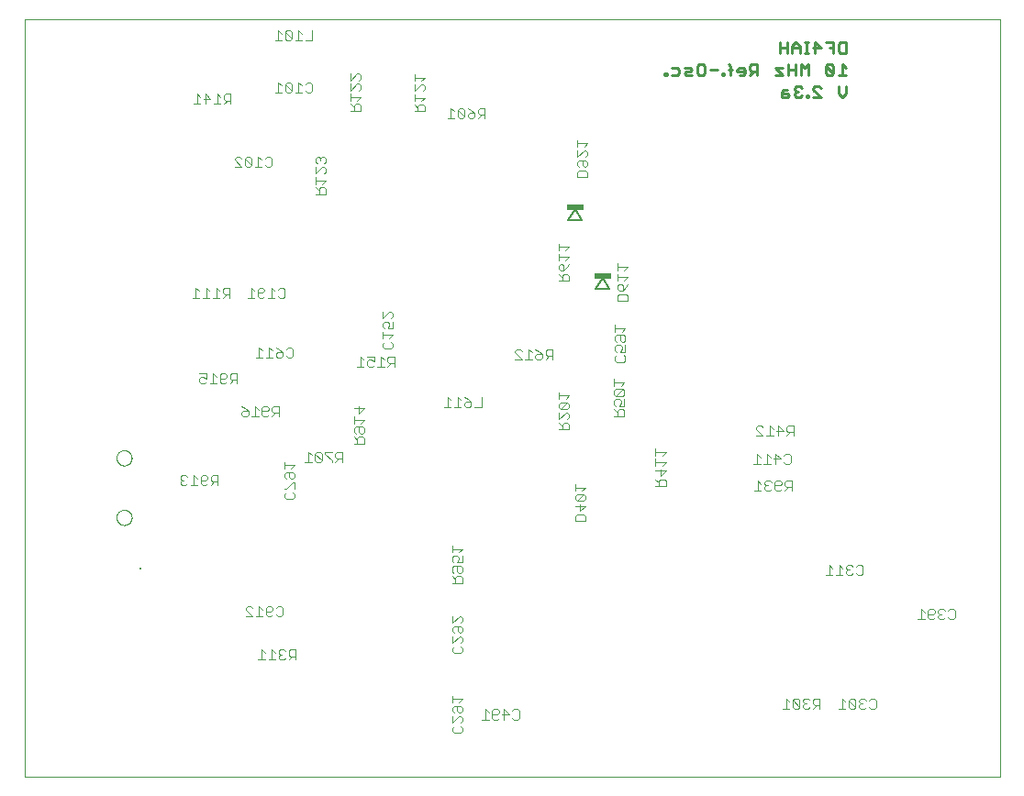
<source format=gbo>
G75*
%MOIN*%
%OFA0B0*%
%FSLAX25Y25*%
%IPPOS*%
%LPD*%
%AMOC8*
5,1,8,0,0,1.08239X$1,22.5*
%
%ADD10C,0.00000*%
%ADD11C,0.00900*%
%ADD12C,0.00300*%
%ADD13C,0.00500*%
%ADD14C,0.00800*%
%ADD15R,0.06200X0.02400*%
D10*
X0055902Y0001800D02*
X0055902Y0277391D01*
X0410233Y0277391D01*
X0410233Y0001800D01*
X0055902Y0001800D01*
X0089370Y0096149D02*
X0089372Y0096254D01*
X0089378Y0096359D01*
X0089388Y0096463D01*
X0089402Y0096567D01*
X0089420Y0096671D01*
X0089442Y0096773D01*
X0089467Y0096875D01*
X0089497Y0096976D01*
X0089530Y0097075D01*
X0089567Y0097173D01*
X0089608Y0097270D01*
X0089653Y0097365D01*
X0089701Y0097458D01*
X0089752Y0097550D01*
X0089808Y0097639D01*
X0089866Y0097726D01*
X0089928Y0097811D01*
X0089992Y0097894D01*
X0090060Y0097974D01*
X0090131Y0098051D01*
X0090205Y0098125D01*
X0090282Y0098197D01*
X0090361Y0098266D01*
X0090443Y0098331D01*
X0090527Y0098394D01*
X0090614Y0098453D01*
X0090703Y0098509D01*
X0090794Y0098562D01*
X0090887Y0098611D01*
X0090981Y0098656D01*
X0091077Y0098698D01*
X0091175Y0098736D01*
X0091274Y0098770D01*
X0091375Y0098801D01*
X0091476Y0098827D01*
X0091579Y0098850D01*
X0091682Y0098869D01*
X0091786Y0098884D01*
X0091890Y0098895D01*
X0091995Y0098902D01*
X0092100Y0098905D01*
X0092205Y0098904D01*
X0092310Y0098899D01*
X0092414Y0098890D01*
X0092518Y0098877D01*
X0092622Y0098860D01*
X0092725Y0098839D01*
X0092827Y0098814D01*
X0092928Y0098786D01*
X0093027Y0098753D01*
X0093126Y0098717D01*
X0093223Y0098677D01*
X0093318Y0098634D01*
X0093412Y0098586D01*
X0093504Y0098536D01*
X0093594Y0098482D01*
X0093682Y0098424D01*
X0093767Y0098363D01*
X0093850Y0098299D01*
X0093931Y0098232D01*
X0094009Y0098162D01*
X0094084Y0098088D01*
X0094156Y0098013D01*
X0094226Y0097934D01*
X0094292Y0097853D01*
X0094356Y0097769D01*
X0094416Y0097683D01*
X0094472Y0097595D01*
X0094526Y0097504D01*
X0094576Y0097412D01*
X0094622Y0097318D01*
X0094665Y0097222D01*
X0094704Y0097124D01*
X0094739Y0097026D01*
X0094770Y0096925D01*
X0094798Y0096824D01*
X0094822Y0096722D01*
X0094842Y0096619D01*
X0094858Y0096515D01*
X0094870Y0096411D01*
X0094878Y0096306D01*
X0094882Y0096201D01*
X0094882Y0096097D01*
X0094878Y0095992D01*
X0094870Y0095887D01*
X0094858Y0095783D01*
X0094842Y0095679D01*
X0094822Y0095576D01*
X0094798Y0095474D01*
X0094770Y0095373D01*
X0094739Y0095272D01*
X0094704Y0095174D01*
X0094665Y0095076D01*
X0094622Y0094980D01*
X0094576Y0094886D01*
X0094526Y0094794D01*
X0094472Y0094703D01*
X0094416Y0094615D01*
X0094356Y0094529D01*
X0094292Y0094445D01*
X0094226Y0094364D01*
X0094156Y0094285D01*
X0094084Y0094210D01*
X0094009Y0094136D01*
X0093931Y0094066D01*
X0093850Y0093999D01*
X0093767Y0093935D01*
X0093682Y0093874D01*
X0093594Y0093816D01*
X0093504Y0093762D01*
X0093412Y0093712D01*
X0093318Y0093664D01*
X0093223Y0093621D01*
X0093126Y0093581D01*
X0093027Y0093545D01*
X0092928Y0093512D01*
X0092827Y0093484D01*
X0092725Y0093459D01*
X0092622Y0093438D01*
X0092518Y0093421D01*
X0092414Y0093408D01*
X0092310Y0093399D01*
X0092205Y0093394D01*
X0092100Y0093393D01*
X0091995Y0093396D01*
X0091890Y0093403D01*
X0091786Y0093414D01*
X0091682Y0093429D01*
X0091579Y0093448D01*
X0091476Y0093471D01*
X0091375Y0093497D01*
X0091274Y0093528D01*
X0091175Y0093562D01*
X0091077Y0093600D01*
X0090981Y0093642D01*
X0090887Y0093687D01*
X0090794Y0093736D01*
X0090703Y0093789D01*
X0090614Y0093845D01*
X0090527Y0093904D01*
X0090443Y0093967D01*
X0090361Y0094032D01*
X0090282Y0094101D01*
X0090205Y0094173D01*
X0090131Y0094247D01*
X0090060Y0094324D01*
X0089992Y0094404D01*
X0089928Y0094487D01*
X0089866Y0094572D01*
X0089808Y0094659D01*
X0089752Y0094748D01*
X0089701Y0094840D01*
X0089653Y0094933D01*
X0089608Y0095028D01*
X0089567Y0095125D01*
X0089530Y0095223D01*
X0089497Y0095322D01*
X0089467Y0095423D01*
X0089442Y0095525D01*
X0089420Y0095627D01*
X0089402Y0095731D01*
X0089388Y0095835D01*
X0089378Y0095939D01*
X0089372Y0096044D01*
X0089370Y0096149D01*
X0089370Y0117802D02*
X0089372Y0117907D01*
X0089378Y0118012D01*
X0089388Y0118116D01*
X0089402Y0118220D01*
X0089420Y0118324D01*
X0089442Y0118426D01*
X0089467Y0118528D01*
X0089497Y0118629D01*
X0089530Y0118728D01*
X0089567Y0118826D01*
X0089608Y0118923D01*
X0089653Y0119018D01*
X0089701Y0119111D01*
X0089752Y0119203D01*
X0089808Y0119292D01*
X0089866Y0119379D01*
X0089928Y0119464D01*
X0089992Y0119547D01*
X0090060Y0119627D01*
X0090131Y0119704D01*
X0090205Y0119778D01*
X0090282Y0119850D01*
X0090361Y0119919D01*
X0090443Y0119984D01*
X0090527Y0120047D01*
X0090614Y0120106D01*
X0090703Y0120162D01*
X0090794Y0120215D01*
X0090887Y0120264D01*
X0090981Y0120309D01*
X0091077Y0120351D01*
X0091175Y0120389D01*
X0091274Y0120423D01*
X0091375Y0120454D01*
X0091476Y0120480D01*
X0091579Y0120503D01*
X0091682Y0120522D01*
X0091786Y0120537D01*
X0091890Y0120548D01*
X0091995Y0120555D01*
X0092100Y0120558D01*
X0092205Y0120557D01*
X0092310Y0120552D01*
X0092414Y0120543D01*
X0092518Y0120530D01*
X0092622Y0120513D01*
X0092725Y0120492D01*
X0092827Y0120467D01*
X0092928Y0120439D01*
X0093027Y0120406D01*
X0093126Y0120370D01*
X0093223Y0120330D01*
X0093318Y0120287D01*
X0093412Y0120239D01*
X0093504Y0120189D01*
X0093594Y0120135D01*
X0093682Y0120077D01*
X0093767Y0120016D01*
X0093850Y0119952D01*
X0093931Y0119885D01*
X0094009Y0119815D01*
X0094084Y0119741D01*
X0094156Y0119666D01*
X0094226Y0119587D01*
X0094292Y0119506D01*
X0094356Y0119422D01*
X0094416Y0119336D01*
X0094472Y0119248D01*
X0094526Y0119157D01*
X0094576Y0119065D01*
X0094622Y0118971D01*
X0094665Y0118875D01*
X0094704Y0118777D01*
X0094739Y0118679D01*
X0094770Y0118578D01*
X0094798Y0118477D01*
X0094822Y0118375D01*
X0094842Y0118272D01*
X0094858Y0118168D01*
X0094870Y0118064D01*
X0094878Y0117959D01*
X0094882Y0117854D01*
X0094882Y0117750D01*
X0094878Y0117645D01*
X0094870Y0117540D01*
X0094858Y0117436D01*
X0094842Y0117332D01*
X0094822Y0117229D01*
X0094798Y0117127D01*
X0094770Y0117026D01*
X0094739Y0116925D01*
X0094704Y0116827D01*
X0094665Y0116729D01*
X0094622Y0116633D01*
X0094576Y0116539D01*
X0094526Y0116447D01*
X0094472Y0116356D01*
X0094416Y0116268D01*
X0094356Y0116182D01*
X0094292Y0116098D01*
X0094226Y0116017D01*
X0094156Y0115938D01*
X0094084Y0115863D01*
X0094009Y0115789D01*
X0093931Y0115719D01*
X0093850Y0115652D01*
X0093767Y0115588D01*
X0093682Y0115527D01*
X0093594Y0115469D01*
X0093504Y0115415D01*
X0093412Y0115365D01*
X0093318Y0115317D01*
X0093223Y0115274D01*
X0093126Y0115234D01*
X0093027Y0115198D01*
X0092928Y0115165D01*
X0092827Y0115137D01*
X0092725Y0115112D01*
X0092622Y0115091D01*
X0092518Y0115074D01*
X0092414Y0115061D01*
X0092310Y0115052D01*
X0092205Y0115047D01*
X0092100Y0115046D01*
X0091995Y0115049D01*
X0091890Y0115056D01*
X0091786Y0115067D01*
X0091682Y0115082D01*
X0091579Y0115101D01*
X0091476Y0115124D01*
X0091375Y0115150D01*
X0091274Y0115181D01*
X0091175Y0115215D01*
X0091077Y0115253D01*
X0090981Y0115295D01*
X0090887Y0115340D01*
X0090794Y0115389D01*
X0090703Y0115442D01*
X0090614Y0115498D01*
X0090527Y0115557D01*
X0090443Y0115620D01*
X0090361Y0115685D01*
X0090282Y0115754D01*
X0090205Y0115826D01*
X0090131Y0115900D01*
X0090060Y0115977D01*
X0089992Y0116057D01*
X0089928Y0116140D01*
X0089866Y0116225D01*
X0089808Y0116312D01*
X0089752Y0116401D01*
X0089701Y0116493D01*
X0089653Y0116586D01*
X0089608Y0116681D01*
X0089567Y0116778D01*
X0089530Y0116876D01*
X0089497Y0116975D01*
X0089467Y0117076D01*
X0089442Y0117178D01*
X0089420Y0117280D01*
X0089402Y0117384D01*
X0089388Y0117488D01*
X0089378Y0117592D01*
X0089372Y0117697D01*
X0089370Y0117802D01*
D11*
X0288525Y0256862D02*
X0289209Y0256862D01*
X0289209Y0257546D01*
X0288525Y0257546D01*
X0288525Y0256862D01*
X0291077Y0256862D02*
X0293129Y0256862D01*
X0293813Y0257546D01*
X0293813Y0258914D01*
X0293129Y0259598D01*
X0291077Y0259598D01*
X0295681Y0259598D02*
X0297733Y0259598D01*
X0298417Y0258914D01*
X0297733Y0258230D01*
X0296365Y0258230D01*
X0295681Y0257546D01*
X0296365Y0256862D01*
X0298417Y0256862D01*
X0300285Y0257546D02*
X0300285Y0260281D01*
X0300969Y0260965D01*
X0302337Y0260965D01*
X0303021Y0260281D01*
X0303021Y0257546D01*
X0302337Y0256862D01*
X0300969Y0256862D01*
X0300285Y0257546D01*
X0304889Y0258914D02*
X0307625Y0258914D01*
X0309243Y0257546D02*
X0309243Y0256862D01*
X0309927Y0256862D01*
X0309927Y0257546D01*
X0309243Y0257546D01*
X0311628Y0258914D02*
X0312996Y0258914D01*
X0312312Y0260281D02*
X0312312Y0256862D01*
X0314864Y0258230D02*
X0317600Y0258230D01*
X0317600Y0258914D02*
X0316916Y0259598D01*
X0315548Y0259598D01*
X0314864Y0258914D01*
X0314864Y0258230D01*
X0315548Y0256862D02*
X0316916Y0256862D01*
X0317600Y0257546D01*
X0317600Y0258914D01*
X0319468Y0258914D02*
X0319468Y0260281D01*
X0320152Y0260965D01*
X0322204Y0260965D01*
X0322204Y0256862D01*
X0322204Y0258230D02*
X0320152Y0258230D01*
X0319468Y0258914D01*
X0320836Y0258230D02*
X0319468Y0256862D01*
X0312312Y0260281D02*
X0311628Y0260965D01*
X0328676Y0259598D02*
X0331412Y0256862D01*
X0328676Y0256862D01*
X0328676Y0259598D02*
X0331412Y0259598D01*
X0333280Y0258914D02*
X0336016Y0258914D01*
X0336016Y0260965D02*
X0336016Y0256862D01*
X0337884Y0256862D02*
X0337884Y0260965D01*
X0339252Y0259598D01*
X0340620Y0260965D01*
X0340620Y0256862D01*
X0343172Y0252915D02*
X0344540Y0252915D01*
X0345224Y0252231D01*
X0343172Y0252915D02*
X0342488Y0252231D01*
X0342488Y0251548D01*
X0345224Y0248812D01*
X0342488Y0248812D01*
X0340620Y0248812D02*
X0339936Y0248812D01*
X0339936Y0249496D01*
X0340620Y0249496D01*
X0340620Y0248812D01*
X0338318Y0249496D02*
X0337634Y0248812D01*
X0336266Y0248812D01*
X0335582Y0249496D01*
X0335582Y0250180D01*
X0336266Y0250864D01*
X0336950Y0250864D01*
X0336266Y0250864D02*
X0335582Y0251548D01*
X0335582Y0252231D01*
X0336266Y0252915D01*
X0337634Y0252915D01*
X0338318Y0252231D01*
X0333030Y0251548D02*
X0331662Y0251548D01*
X0330978Y0250864D01*
X0330978Y0248812D01*
X0333030Y0248812D01*
X0333714Y0249496D01*
X0333030Y0250180D01*
X0330978Y0250180D01*
X0333280Y0256862D02*
X0333280Y0260965D01*
X0332947Y0264912D02*
X0332947Y0269015D01*
X0332947Y0266964D02*
X0330211Y0266964D01*
X0330211Y0269015D02*
X0330211Y0264912D01*
X0334815Y0264912D02*
X0334815Y0267648D01*
X0336183Y0269015D01*
X0337550Y0267648D01*
X0337550Y0264912D01*
X0339252Y0264912D02*
X0340620Y0264912D01*
X0339936Y0264912D02*
X0339936Y0269015D01*
X0340620Y0269015D02*
X0339252Y0269015D01*
X0337550Y0266964D02*
X0334815Y0266964D01*
X0342488Y0266964D02*
X0345224Y0266964D01*
X0343172Y0269015D01*
X0343172Y0264912D01*
X0348460Y0266964D02*
X0349828Y0266964D01*
X0349828Y0269015D02*
X0347092Y0269015D01*
X0349828Y0269015D02*
X0349828Y0264912D01*
X0351696Y0265596D02*
X0351696Y0268331D01*
X0352380Y0269015D01*
X0354431Y0269015D01*
X0354431Y0264912D01*
X0352380Y0264912D01*
X0351696Y0265596D01*
X0353064Y0260965D02*
X0353064Y0256862D01*
X0354431Y0256862D02*
X0351696Y0256862D01*
X0349828Y0257546D02*
X0347092Y0260281D01*
X0347092Y0257546D01*
X0347776Y0256862D01*
X0349144Y0256862D01*
X0349828Y0257546D01*
X0349828Y0260281D01*
X0349144Y0260965D01*
X0347776Y0260965D01*
X0347092Y0260281D01*
X0353064Y0260965D02*
X0354431Y0259598D01*
X0354431Y0252915D02*
X0354431Y0250180D01*
X0353064Y0248812D01*
X0351696Y0250180D01*
X0351696Y0252915D01*
D12*
X0271400Y0188410D02*
X0271400Y0185941D01*
X0271400Y0184727D02*
X0271400Y0182258D01*
X0271400Y0183492D02*
X0275103Y0183492D01*
X0273869Y0182258D01*
X0275103Y0181043D02*
X0274486Y0179809D01*
X0273252Y0178575D01*
X0273252Y0180426D01*
X0272634Y0181043D01*
X0272017Y0181043D01*
X0271400Y0180426D01*
X0271400Y0179192D01*
X0272017Y0178575D01*
X0273252Y0178575D01*
X0274486Y0177360D02*
X0272017Y0177360D01*
X0271400Y0176743D01*
X0271400Y0174891D01*
X0275103Y0174891D01*
X0275103Y0176743D01*
X0274486Y0177360D01*
X0273869Y0185941D02*
X0275103Y0187175D01*
X0271400Y0187175D01*
X0253708Y0188311D02*
X0253091Y0187077D01*
X0251857Y0185842D01*
X0251857Y0187694D01*
X0251240Y0188311D01*
X0250623Y0188311D01*
X0250005Y0187694D01*
X0250005Y0186459D01*
X0250623Y0185842D01*
X0251857Y0185842D01*
X0251857Y0184628D02*
X0251240Y0184011D01*
X0251240Y0182159D01*
X0251240Y0183393D02*
X0250005Y0184628D01*
X0251857Y0184628D02*
X0253091Y0184628D01*
X0253708Y0184011D01*
X0253708Y0182159D01*
X0250005Y0182159D01*
X0250005Y0189525D02*
X0250005Y0191994D01*
X0250005Y0193208D02*
X0250005Y0195677D01*
X0250005Y0194443D02*
X0253708Y0194443D01*
X0252474Y0193208D01*
X0253708Y0190760D02*
X0250005Y0190760D01*
X0252474Y0189525D02*
X0253708Y0190760D01*
X0270470Y0166153D02*
X0270470Y0163684D01*
X0270470Y0164919D02*
X0274173Y0164919D01*
X0272939Y0163684D01*
X0273556Y0162470D02*
X0274173Y0161853D01*
X0274173Y0160618D01*
X0273556Y0160001D01*
X0272939Y0160001D01*
X0272322Y0160618D01*
X0272322Y0162470D01*
X0273556Y0162470D02*
X0271087Y0162470D01*
X0270470Y0161853D01*
X0270470Y0160618D01*
X0271087Y0160001D01*
X0271087Y0158787D02*
X0270470Y0158169D01*
X0270470Y0156935D01*
X0271087Y0156318D01*
X0271087Y0155104D02*
X0270470Y0154486D01*
X0270470Y0153252D01*
X0271087Y0152635D01*
X0273556Y0152635D01*
X0274173Y0153252D01*
X0274173Y0154486D01*
X0273556Y0155104D01*
X0274173Y0156318D02*
X0272322Y0156318D01*
X0272939Y0157552D01*
X0272939Y0158169D01*
X0272322Y0158787D01*
X0271087Y0158787D01*
X0274173Y0158787D02*
X0274173Y0156318D01*
X0270159Y0146498D02*
X0270159Y0144029D01*
X0270159Y0145264D02*
X0273862Y0145264D01*
X0272628Y0144029D01*
X0273245Y0142815D02*
X0270776Y0142815D01*
X0270159Y0142198D01*
X0270159Y0140963D01*
X0270776Y0140346D01*
X0273245Y0142815D01*
X0273862Y0142198D01*
X0273862Y0140963D01*
X0273245Y0140346D01*
X0270776Y0140346D01*
X0270776Y0139132D02*
X0270159Y0138515D01*
X0270159Y0137280D01*
X0270776Y0136663D01*
X0272011Y0136663D02*
X0272628Y0137897D01*
X0272628Y0138515D01*
X0272011Y0139132D01*
X0270776Y0139132D01*
X0272011Y0136663D02*
X0273862Y0136663D01*
X0273862Y0139132D01*
X0273245Y0135449D02*
X0272011Y0135449D01*
X0271393Y0134832D01*
X0271393Y0132980D01*
X0270159Y0132980D02*
X0273862Y0132980D01*
X0273862Y0134832D01*
X0273245Y0135449D01*
X0271393Y0134214D02*
X0270159Y0135449D01*
X0253779Y0136118D02*
X0253779Y0137352D01*
X0253162Y0137969D01*
X0250693Y0135501D01*
X0250076Y0136118D01*
X0250076Y0137352D01*
X0250693Y0137969D01*
X0253162Y0137969D01*
X0252545Y0139184D02*
X0253779Y0140418D01*
X0250076Y0140418D01*
X0250076Y0139184D02*
X0250076Y0141653D01*
X0250693Y0135501D02*
X0253162Y0135501D01*
X0253779Y0136118D01*
X0253162Y0134286D02*
X0253779Y0133669D01*
X0253779Y0132435D01*
X0253162Y0131817D01*
X0253162Y0130603D02*
X0251927Y0130603D01*
X0251310Y0129986D01*
X0251310Y0128134D01*
X0250076Y0128134D02*
X0253779Y0128134D01*
X0253779Y0129986D01*
X0253162Y0130603D01*
X0251310Y0129369D02*
X0250076Y0130603D01*
X0250076Y0131817D02*
X0252545Y0134286D01*
X0253162Y0134286D01*
X0250076Y0134286D02*
X0250076Y0131817D01*
X0247681Y0153647D02*
X0247681Y0157351D01*
X0245830Y0157351D01*
X0245212Y0156733D01*
X0245212Y0155499D01*
X0245830Y0154882D01*
X0247681Y0154882D01*
X0246447Y0154882D02*
X0245212Y0153647D01*
X0243998Y0154265D02*
X0243381Y0153647D01*
X0242146Y0153647D01*
X0241529Y0154265D01*
X0241529Y0154882D01*
X0242146Y0155499D01*
X0243998Y0155499D01*
X0243998Y0154265D01*
X0243998Y0155499D02*
X0242764Y0156733D01*
X0241529Y0157351D01*
X0240315Y0156116D02*
X0239080Y0157351D01*
X0239080Y0153647D01*
X0237846Y0153647D02*
X0240315Y0153647D01*
X0236632Y0153647D02*
X0234163Y0156116D01*
X0234163Y0156733D01*
X0234780Y0157351D01*
X0236015Y0157351D01*
X0236632Y0156733D01*
X0236632Y0153647D02*
X0234163Y0153647D01*
X0221881Y0140005D02*
X0221881Y0136302D01*
X0219412Y0136302D01*
X0218198Y0136919D02*
X0217581Y0136302D01*
X0216347Y0136302D01*
X0215729Y0136919D01*
X0215729Y0137536D01*
X0216347Y0138153D01*
X0218198Y0138153D01*
X0218198Y0136919D01*
X0218198Y0138153D02*
X0216964Y0139388D01*
X0215729Y0140005D01*
X0214515Y0138770D02*
X0213281Y0140005D01*
X0213281Y0136302D01*
X0214515Y0136302D02*
X0212046Y0136302D01*
X0210832Y0136302D02*
X0208363Y0136302D01*
X0209597Y0136302D02*
X0209597Y0140005D01*
X0210832Y0138770D01*
X0190252Y0151021D02*
X0190252Y0154724D01*
X0188401Y0154724D01*
X0187783Y0154107D01*
X0187783Y0152872D01*
X0188401Y0152255D01*
X0190252Y0152255D01*
X0189018Y0152255D02*
X0187783Y0151021D01*
X0186569Y0151021D02*
X0184100Y0151021D01*
X0185335Y0151021D02*
X0185335Y0154724D01*
X0186569Y0153490D01*
X0182886Y0152872D02*
X0181651Y0153490D01*
X0181034Y0153490D01*
X0180417Y0152872D01*
X0180417Y0151638D01*
X0181034Y0151021D01*
X0182269Y0151021D01*
X0182886Y0151638D01*
X0182886Y0152872D02*
X0182886Y0154724D01*
X0180417Y0154724D01*
X0179203Y0153490D02*
X0177968Y0154724D01*
X0177968Y0151021D01*
X0176734Y0151021D02*
X0179203Y0151021D01*
X0186046Y0158119D02*
X0186663Y0157502D01*
X0189132Y0157502D01*
X0189749Y0158119D01*
X0189749Y0159354D01*
X0189132Y0159971D01*
X0188515Y0161185D02*
X0189749Y0162420D01*
X0186046Y0162420D01*
X0186046Y0163654D02*
X0186046Y0161185D01*
X0186663Y0159971D02*
X0186046Y0159354D01*
X0186046Y0158119D01*
X0186663Y0164869D02*
X0186046Y0165486D01*
X0186046Y0166720D01*
X0186663Y0167337D01*
X0187898Y0167337D01*
X0188515Y0166720D01*
X0188515Y0166103D01*
X0187898Y0164869D01*
X0189749Y0164869D01*
X0189749Y0167337D01*
X0189132Y0168552D02*
X0189749Y0169169D01*
X0189749Y0170403D01*
X0189132Y0171020D01*
X0188515Y0171020D01*
X0186046Y0168552D01*
X0186046Y0171020D01*
X0153407Y0157363D02*
X0153407Y0154894D01*
X0152789Y0154277D01*
X0151555Y0154277D01*
X0150938Y0154894D01*
X0149724Y0154894D02*
X0149106Y0154277D01*
X0147872Y0154277D01*
X0147255Y0154894D01*
X0147255Y0155512D01*
X0147872Y0156129D01*
X0149724Y0156129D01*
X0149724Y0154894D01*
X0149724Y0156129D02*
X0148489Y0157363D01*
X0147255Y0157980D01*
X0146040Y0156746D02*
X0144806Y0157980D01*
X0144806Y0154277D01*
X0146040Y0154277D02*
X0143572Y0154277D01*
X0142357Y0154277D02*
X0139888Y0154277D01*
X0141123Y0154277D02*
X0141123Y0157980D01*
X0142357Y0156746D01*
X0150938Y0157363D02*
X0151555Y0157980D01*
X0152789Y0157980D01*
X0153407Y0157363D01*
X0133058Y0148571D02*
X0133058Y0144868D01*
X0133058Y0146103D02*
X0131207Y0146103D01*
X0130589Y0146720D01*
X0130589Y0147954D01*
X0131207Y0148571D01*
X0133058Y0148571D01*
X0131824Y0146103D02*
X0130589Y0144868D01*
X0129375Y0145485D02*
X0128758Y0144868D01*
X0127523Y0144868D01*
X0126906Y0145485D01*
X0126906Y0147954D01*
X0127523Y0148571D01*
X0128758Y0148571D01*
X0129375Y0147954D01*
X0129375Y0147337D01*
X0128758Y0146720D01*
X0126906Y0146720D01*
X0125692Y0147337D02*
X0124458Y0148571D01*
X0124458Y0144868D01*
X0125692Y0144868D02*
X0123223Y0144868D01*
X0122009Y0145485D02*
X0121392Y0144868D01*
X0120157Y0144868D01*
X0119540Y0145485D01*
X0119540Y0146720D01*
X0120157Y0147337D01*
X0120774Y0147337D01*
X0122009Y0146720D01*
X0122009Y0148571D01*
X0119540Y0148571D01*
X0134821Y0136612D02*
X0136055Y0135994D01*
X0137289Y0134760D01*
X0135438Y0134760D01*
X0134821Y0134143D01*
X0134821Y0133526D01*
X0135438Y0132908D01*
X0136672Y0132908D01*
X0137289Y0133526D01*
X0137289Y0134760D01*
X0138504Y0132908D02*
X0140972Y0132908D01*
X0139738Y0132908D02*
X0139738Y0136612D01*
X0140972Y0135377D01*
X0142187Y0134760D02*
X0144038Y0134760D01*
X0144656Y0135377D01*
X0144656Y0135994D01*
X0144038Y0136612D01*
X0142804Y0136612D01*
X0142187Y0135994D01*
X0142187Y0133526D01*
X0142804Y0132908D01*
X0144038Y0132908D01*
X0144656Y0133526D01*
X0145870Y0132908D02*
X0147104Y0134143D01*
X0146487Y0134143D02*
X0148339Y0134143D01*
X0148339Y0132908D02*
X0148339Y0136612D01*
X0146487Y0136612D01*
X0145870Y0135994D01*
X0145870Y0134760D01*
X0146487Y0134143D01*
X0158995Y0120004D02*
X0158995Y0116301D01*
X0160229Y0116301D02*
X0157760Y0116301D01*
X0160229Y0118769D02*
X0158995Y0120004D01*
X0161444Y0119387D02*
X0161444Y0116918D01*
X0162061Y0116301D01*
X0163295Y0116301D01*
X0163912Y0116918D01*
X0161444Y0119387D01*
X0162061Y0120004D01*
X0163295Y0120004D01*
X0163912Y0119387D01*
X0163912Y0116918D01*
X0165127Y0119387D02*
X0167596Y0116918D01*
X0167596Y0116301D01*
X0168810Y0116301D02*
X0170044Y0117535D01*
X0169427Y0117535D02*
X0171279Y0117535D01*
X0171279Y0116301D02*
X0171279Y0120004D01*
X0169427Y0120004D01*
X0168810Y0119387D01*
X0168810Y0118152D01*
X0169427Y0117535D01*
X0167596Y0120004D02*
X0165127Y0120004D01*
X0165127Y0119387D01*
X0175623Y0122949D02*
X0179326Y0122949D01*
X0179326Y0124801D01*
X0178709Y0125418D01*
X0177474Y0125418D01*
X0176857Y0124801D01*
X0176857Y0122949D01*
X0176857Y0124184D02*
X0175623Y0125418D01*
X0176240Y0126632D02*
X0175623Y0127250D01*
X0175623Y0128484D01*
X0176240Y0129101D01*
X0178709Y0129101D01*
X0179326Y0128484D01*
X0179326Y0127250D01*
X0178709Y0126632D01*
X0178091Y0126632D01*
X0177474Y0127250D01*
X0177474Y0129101D01*
X0178091Y0130316D02*
X0179326Y0131550D01*
X0175623Y0131550D01*
X0175623Y0130316D02*
X0175623Y0132784D01*
X0177474Y0133999D02*
X0177474Y0136468D01*
X0175623Y0135850D02*
X0179326Y0135850D01*
X0177474Y0133999D01*
X0154054Y0115122D02*
X0150351Y0115122D01*
X0150351Y0116356D02*
X0150351Y0113887D01*
X0150968Y0112673D02*
X0153437Y0112673D01*
X0154054Y0112056D01*
X0154054Y0110821D01*
X0153437Y0110204D01*
X0152820Y0110204D01*
X0152202Y0110821D01*
X0152202Y0112673D01*
X0150968Y0112673D02*
X0150351Y0112056D01*
X0150351Y0110821D01*
X0150968Y0110204D01*
X0153437Y0108990D02*
X0150968Y0106521D01*
X0150351Y0106521D01*
X0150968Y0105307D02*
X0150351Y0104690D01*
X0150351Y0103455D01*
X0150968Y0102838D01*
X0153437Y0102838D01*
X0154054Y0103455D01*
X0154054Y0104690D01*
X0153437Y0105307D01*
X0154054Y0106521D02*
X0154054Y0108990D01*
X0153437Y0108990D01*
X0152820Y0113887D02*
X0154054Y0115122D01*
X0126102Y0111570D02*
X0126102Y0107867D01*
X0126102Y0109101D02*
X0124250Y0109101D01*
X0123633Y0109718D01*
X0123633Y0110953D01*
X0124250Y0111570D01*
X0126102Y0111570D01*
X0124867Y0109101D02*
X0123633Y0107867D01*
X0122418Y0108484D02*
X0121801Y0107867D01*
X0120567Y0107867D01*
X0119950Y0108484D01*
X0119950Y0110953D01*
X0120567Y0111570D01*
X0121801Y0111570D01*
X0122418Y0110953D01*
X0122418Y0110336D01*
X0121801Y0109718D01*
X0119950Y0109718D01*
X0118735Y0110336D02*
X0117501Y0111570D01*
X0117501Y0107867D01*
X0118735Y0107867D02*
X0116267Y0107867D01*
X0115052Y0108484D02*
X0114435Y0107867D01*
X0113201Y0107867D01*
X0112583Y0108484D01*
X0112583Y0109101D01*
X0113201Y0109718D01*
X0113818Y0109718D01*
X0113201Y0109718D02*
X0112583Y0110336D01*
X0112583Y0110953D01*
X0113201Y0111570D01*
X0114435Y0111570D01*
X0115052Y0110953D01*
X0136896Y0063830D02*
X0136279Y0063213D01*
X0136279Y0062596D01*
X0138748Y0060127D01*
X0136279Y0060127D01*
X0139962Y0060127D02*
X0142431Y0060127D01*
X0141197Y0060127D02*
X0141197Y0063830D01*
X0142431Y0062596D01*
X0143645Y0063213D02*
X0144263Y0063830D01*
X0145497Y0063830D01*
X0146114Y0063213D01*
X0146114Y0062596D01*
X0145497Y0061979D01*
X0143645Y0061979D01*
X0143645Y0063213D02*
X0143645Y0060744D01*
X0144263Y0060127D01*
X0145497Y0060127D01*
X0146114Y0060744D01*
X0147329Y0060744D02*
X0147946Y0060127D01*
X0149180Y0060127D01*
X0149797Y0060744D01*
X0149797Y0063213D01*
X0149180Y0063830D01*
X0147946Y0063830D01*
X0147329Y0063213D01*
X0138748Y0063213D02*
X0138131Y0063830D01*
X0136896Y0063830D01*
X0142101Y0048115D02*
X0142101Y0044412D01*
X0143335Y0044412D02*
X0140867Y0044412D01*
X0143335Y0046880D02*
X0142101Y0048115D01*
X0145784Y0048115D02*
X0145784Y0044412D01*
X0147018Y0044412D02*
X0144550Y0044412D01*
X0147018Y0046880D02*
X0145784Y0048115D01*
X0148233Y0047498D02*
X0148233Y0046880D01*
X0148850Y0046263D01*
X0148233Y0045646D01*
X0148233Y0045029D01*
X0148850Y0044412D01*
X0150084Y0044412D01*
X0150702Y0045029D01*
X0151916Y0044412D02*
X0153150Y0045646D01*
X0152533Y0045646D02*
X0154385Y0045646D01*
X0154385Y0044412D02*
X0154385Y0048115D01*
X0152533Y0048115D01*
X0151916Y0047498D01*
X0151916Y0046263D01*
X0152533Y0045646D01*
X0150702Y0047498D02*
X0150084Y0048115D01*
X0148850Y0048115D01*
X0148233Y0047498D01*
X0148850Y0046263D02*
X0149467Y0046263D01*
X0211445Y0047409D02*
X0211445Y0048644D01*
X0212062Y0049261D01*
X0211445Y0050475D02*
X0213914Y0052944D01*
X0214531Y0052944D01*
X0215148Y0052327D01*
X0215148Y0051093D01*
X0214531Y0050475D01*
X0214531Y0049261D02*
X0215148Y0048644D01*
X0215148Y0047409D01*
X0214531Y0046792D01*
X0212062Y0046792D01*
X0211445Y0047409D01*
X0211445Y0050475D02*
X0211445Y0052944D01*
X0212062Y0054159D02*
X0211445Y0054776D01*
X0211445Y0056010D01*
X0212062Y0056627D01*
X0214531Y0056627D01*
X0215148Y0056010D01*
X0215148Y0054776D01*
X0214531Y0054159D01*
X0213914Y0054159D01*
X0213297Y0054776D01*
X0213297Y0056627D01*
X0214531Y0057842D02*
X0215148Y0058459D01*
X0215148Y0059693D01*
X0214531Y0060310D01*
X0213914Y0060310D01*
X0211445Y0057842D01*
X0211445Y0060310D01*
X0211234Y0072384D02*
X0214937Y0072384D01*
X0214937Y0074235D01*
X0214320Y0074852D01*
X0213086Y0074852D01*
X0212469Y0074235D01*
X0212469Y0072384D01*
X0212469Y0073618D02*
X0211234Y0074852D01*
X0211852Y0076067D02*
X0211234Y0076684D01*
X0211234Y0077918D01*
X0211852Y0078536D01*
X0214320Y0078536D01*
X0214937Y0077918D01*
X0214937Y0076684D01*
X0214320Y0076067D01*
X0213703Y0076067D01*
X0213086Y0076684D01*
X0213086Y0078536D01*
X0213086Y0079750D02*
X0213703Y0080984D01*
X0213703Y0081602D01*
X0213086Y0082219D01*
X0211852Y0082219D01*
X0211234Y0081602D01*
X0211234Y0080367D01*
X0211852Y0079750D01*
X0213086Y0079750D02*
X0214937Y0079750D01*
X0214937Y0082219D01*
X0213703Y0083433D02*
X0214937Y0084668D01*
X0211234Y0084668D01*
X0211234Y0085902D02*
X0211234Y0083433D01*
X0255980Y0094789D02*
X0255980Y0096641D01*
X0256597Y0097258D01*
X0259066Y0097258D01*
X0259683Y0096641D01*
X0259683Y0094789D01*
X0255980Y0094789D01*
X0257831Y0098473D02*
X0257831Y0100941D01*
X0256597Y0102156D02*
X0259066Y0104624D01*
X0256597Y0104624D01*
X0255980Y0104007D01*
X0255980Y0102773D01*
X0256597Y0102156D01*
X0259066Y0102156D01*
X0259683Y0102773D01*
X0259683Y0104007D01*
X0259066Y0104624D01*
X0258449Y0105839D02*
X0259683Y0107073D01*
X0255980Y0107073D01*
X0255980Y0105839D02*
X0255980Y0108308D01*
X0255980Y0100324D02*
X0259683Y0100324D01*
X0257831Y0098473D01*
X0285203Y0107576D02*
X0288906Y0107576D01*
X0288906Y0109428D01*
X0288289Y0110045D01*
X0287054Y0110045D01*
X0286437Y0109428D01*
X0286437Y0107576D01*
X0286437Y0108811D02*
X0285203Y0110045D01*
X0287054Y0111259D02*
X0287054Y0113728D01*
X0287672Y0114943D02*
X0288906Y0116177D01*
X0285203Y0116177D01*
X0285203Y0114943D02*
X0285203Y0117411D01*
X0285203Y0118626D02*
X0285203Y0121094D01*
X0285203Y0119860D02*
X0288906Y0119860D01*
X0287672Y0118626D01*
X0288906Y0113111D02*
X0285203Y0113111D01*
X0287054Y0111259D02*
X0288906Y0113111D01*
X0320750Y0115565D02*
X0323219Y0115565D01*
X0324433Y0115565D02*
X0326902Y0115565D01*
X0325668Y0115565D02*
X0325668Y0119268D01*
X0326902Y0118034D01*
X0328116Y0117417D02*
X0330585Y0117417D01*
X0328734Y0119268D01*
X0328734Y0115565D01*
X0331800Y0116182D02*
X0332417Y0115565D01*
X0333651Y0115565D01*
X0334268Y0116182D01*
X0334268Y0118651D01*
X0333651Y0119268D01*
X0332417Y0119268D01*
X0331800Y0118651D01*
X0323219Y0118034D02*
X0321985Y0119268D01*
X0321985Y0115565D01*
X0322290Y0109601D02*
X0322290Y0105897D01*
X0321056Y0105897D02*
X0323525Y0105897D01*
X0324739Y0106515D02*
X0325356Y0105897D01*
X0326591Y0105897D01*
X0327208Y0106515D01*
X0328422Y0106515D02*
X0328422Y0108983D01*
X0329040Y0109601D01*
X0330274Y0109601D01*
X0330891Y0108983D01*
X0330891Y0108366D01*
X0330274Y0107749D01*
X0328422Y0107749D01*
X0328422Y0106515D02*
X0329040Y0105897D01*
X0330274Y0105897D01*
X0330891Y0106515D01*
X0332105Y0105897D02*
X0333340Y0107132D01*
X0332723Y0107132D02*
X0334574Y0107132D01*
X0334574Y0105897D02*
X0334574Y0109601D01*
X0332723Y0109601D01*
X0332105Y0108983D01*
X0332105Y0107749D01*
X0332723Y0107132D01*
X0327208Y0108983D02*
X0326591Y0109601D01*
X0325356Y0109601D01*
X0324739Y0108983D01*
X0324739Y0108366D01*
X0325356Y0107749D01*
X0324739Y0107132D01*
X0324739Y0106515D01*
X0325356Y0107749D02*
X0325974Y0107749D01*
X0323525Y0108366D02*
X0322290Y0109601D01*
X0321734Y0125871D02*
X0324203Y0125871D01*
X0321734Y0128339D01*
X0321734Y0128957D01*
X0322351Y0129574D01*
X0323586Y0129574D01*
X0324203Y0128957D01*
X0326652Y0129574D02*
X0326652Y0125871D01*
X0327886Y0125871D02*
X0325417Y0125871D01*
X0327886Y0128339D02*
X0326652Y0129574D01*
X0329718Y0129574D02*
X0331569Y0127722D01*
X0329100Y0127722D01*
X0329718Y0125871D02*
X0329718Y0129574D01*
X0332784Y0128957D02*
X0332784Y0127722D01*
X0333401Y0127105D01*
X0335252Y0127105D01*
X0334018Y0127105D02*
X0332784Y0125871D01*
X0335252Y0125871D02*
X0335252Y0129574D01*
X0333401Y0129574D01*
X0332784Y0128957D01*
X0348236Y0078929D02*
X0348236Y0075226D01*
X0349470Y0075226D02*
X0347001Y0075226D01*
X0349470Y0077694D02*
X0348236Y0078929D01*
X0351919Y0078929D02*
X0351919Y0075226D01*
X0353153Y0075226D02*
X0350684Y0075226D01*
X0353153Y0077694D02*
X0351919Y0078929D01*
X0354368Y0078312D02*
X0354368Y0077694D01*
X0354985Y0077077D01*
X0354368Y0076460D01*
X0354368Y0075843D01*
X0354985Y0075226D01*
X0356219Y0075226D01*
X0356836Y0075843D01*
X0358051Y0075843D02*
X0358668Y0075226D01*
X0359902Y0075226D01*
X0360520Y0075843D01*
X0360520Y0078312D01*
X0359902Y0078929D01*
X0358668Y0078929D01*
X0358051Y0078312D01*
X0356836Y0078312D02*
X0356219Y0078929D01*
X0354985Y0078929D01*
X0354368Y0078312D01*
X0354985Y0077077D02*
X0355602Y0077077D01*
X0381642Y0062838D02*
X0381642Y0059134D01*
X0382876Y0059134D02*
X0380408Y0059134D01*
X0382876Y0061603D02*
X0381642Y0062838D01*
X0384091Y0062220D02*
X0384708Y0062838D01*
X0385942Y0062838D01*
X0386560Y0062220D01*
X0386560Y0061603D01*
X0385942Y0060986D01*
X0384091Y0060986D01*
X0384091Y0059752D02*
X0384091Y0062220D01*
X0384091Y0059752D02*
X0384708Y0059134D01*
X0385942Y0059134D01*
X0386560Y0059752D01*
X0387774Y0059752D02*
X0388391Y0059134D01*
X0389626Y0059134D01*
X0390243Y0059752D01*
X0391457Y0059752D02*
X0392074Y0059134D01*
X0393309Y0059134D01*
X0393926Y0059752D01*
X0393926Y0062220D01*
X0393309Y0062838D01*
X0392074Y0062838D01*
X0391457Y0062220D01*
X0390243Y0062220D02*
X0389626Y0062838D01*
X0388391Y0062838D01*
X0387774Y0062220D01*
X0387774Y0061603D01*
X0388391Y0060986D01*
X0387774Y0060369D01*
X0387774Y0059752D01*
X0388391Y0060986D02*
X0389008Y0060986D01*
X0364614Y0030319D02*
X0363380Y0030319D01*
X0362762Y0029701D01*
X0361548Y0029701D02*
X0360931Y0030319D01*
X0359696Y0030319D01*
X0359079Y0029701D01*
X0359079Y0029084D01*
X0359696Y0028467D01*
X0359079Y0027850D01*
X0359079Y0027233D01*
X0359696Y0026615D01*
X0360931Y0026615D01*
X0361548Y0027233D01*
X0362762Y0027233D02*
X0363380Y0026615D01*
X0364614Y0026615D01*
X0365231Y0027233D01*
X0365231Y0029701D01*
X0364614Y0030319D01*
X0360314Y0028467D02*
X0359696Y0028467D01*
X0357865Y0027233D02*
X0355396Y0029701D01*
X0355396Y0027233D01*
X0356013Y0026615D01*
X0357248Y0026615D01*
X0357865Y0027233D01*
X0357865Y0029701D01*
X0357248Y0030319D01*
X0356013Y0030319D01*
X0355396Y0029701D01*
X0354182Y0029084D02*
X0352947Y0030319D01*
X0352947Y0026615D01*
X0351713Y0026615D02*
X0354182Y0026615D01*
X0344860Y0026669D02*
X0344860Y0030372D01*
X0343009Y0030372D01*
X0342391Y0029755D01*
X0342391Y0028521D01*
X0343009Y0027904D01*
X0344860Y0027904D01*
X0343626Y0027904D02*
X0342391Y0026669D01*
X0341177Y0027286D02*
X0340560Y0026669D01*
X0339326Y0026669D01*
X0338708Y0027286D01*
X0338708Y0027904D01*
X0339326Y0028521D01*
X0339943Y0028521D01*
X0339326Y0028521D02*
X0338708Y0029138D01*
X0338708Y0029755D01*
X0339326Y0030372D01*
X0340560Y0030372D01*
X0341177Y0029755D01*
X0337494Y0029755D02*
X0337494Y0027286D01*
X0335025Y0029755D01*
X0335025Y0027286D01*
X0335642Y0026669D01*
X0336877Y0026669D01*
X0337494Y0027286D01*
X0337494Y0029755D02*
X0336877Y0030372D01*
X0335642Y0030372D01*
X0335025Y0029755D01*
X0333811Y0029138D02*
X0332576Y0030372D01*
X0332576Y0026669D01*
X0331342Y0026669D02*
X0333811Y0026669D01*
X0235666Y0025815D02*
X0235666Y0023346D01*
X0235049Y0022729D01*
X0233814Y0022729D01*
X0233197Y0023346D01*
X0231983Y0024581D02*
X0229514Y0024581D01*
X0228300Y0025198D02*
X0227682Y0024581D01*
X0225831Y0024581D01*
X0225831Y0025815D02*
X0226448Y0026432D01*
X0227682Y0026432D01*
X0228300Y0025815D01*
X0228300Y0025198D01*
X0228300Y0023346D02*
X0227682Y0022729D01*
X0226448Y0022729D01*
X0225831Y0023346D01*
X0225831Y0025815D01*
X0224616Y0025198D02*
X0223382Y0026432D01*
X0223382Y0022729D01*
X0224616Y0022729D02*
X0222148Y0022729D01*
X0214976Y0022122D02*
X0214976Y0023356D01*
X0214359Y0023974D01*
X0213742Y0023974D01*
X0211273Y0021505D01*
X0211273Y0023974D01*
X0211890Y0025188D02*
X0211273Y0025805D01*
X0211273Y0027040D01*
X0211890Y0027657D01*
X0214359Y0027657D01*
X0214976Y0027040D01*
X0214976Y0025805D01*
X0214359Y0025188D01*
X0213742Y0025188D01*
X0213125Y0025805D01*
X0213125Y0027657D01*
X0213742Y0028871D02*
X0214976Y0030105D01*
X0211273Y0030105D01*
X0211273Y0028871D02*
X0211273Y0031340D01*
X0214976Y0022122D02*
X0214359Y0021505D01*
X0214359Y0020290D02*
X0214976Y0019673D01*
X0214976Y0018439D01*
X0214359Y0017822D01*
X0211890Y0017822D01*
X0211273Y0018439D01*
X0211273Y0019673D01*
X0211890Y0020290D01*
X0230131Y0022729D02*
X0230131Y0026432D01*
X0231983Y0024581D01*
X0233197Y0025815D02*
X0233814Y0026432D01*
X0235049Y0026432D01*
X0235666Y0025815D01*
X0149883Y0175986D02*
X0148648Y0175986D01*
X0148031Y0176604D01*
X0146817Y0175986D02*
X0144348Y0175986D01*
X0145582Y0175986D02*
X0145582Y0179690D01*
X0146817Y0178455D01*
X0148031Y0179072D02*
X0148648Y0179690D01*
X0149883Y0179690D01*
X0150500Y0179072D01*
X0150500Y0176604D01*
X0149883Y0175986D01*
X0143134Y0176604D02*
X0142516Y0175986D01*
X0141282Y0175986D01*
X0140665Y0176604D01*
X0140665Y0179072D01*
X0141282Y0179690D01*
X0142516Y0179690D01*
X0143134Y0179072D01*
X0143134Y0178455D01*
X0142516Y0177838D01*
X0140665Y0177838D01*
X0139450Y0178455D02*
X0138216Y0179690D01*
X0138216Y0175986D01*
X0139450Y0175986D02*
X0136982Y0175986D01*
X0130480Y0176005D02*
X0130480Y0179708D01*
X0128628Y0179708D01*
X0128011Y0179091D01*
X0128011Y0177857D01*
X0128628Y0177240D01*
X0130480Y0177240D01*
X0129245Y0177240D02*
X0128011Y0176005D01*
X0126797Y0176005D02*
X0124328Y0176005D01*
X0123113Y0176005D02*
X0120645Y0176005D01*
X0119430Y0176005D02*
X0116961Y0176005D01*
X0118196Y0176005D02*
X0118196Y0179708D01*
X0119430Y0178474D01*
X0121879Y0179708D02*
X0121879Y0176005D01*
X0123113Y0178474D02*
X0121879Y0179708D01*
X0125562Y0179708D02*
X0125562Y0176005D01*
X0126797Y0178474D02*
X0125562Y0179708D01*
X0161650Y0213710D02*
X0165353Y0213710D01*
X0165353Y0215562D01*
X0164736Y0216179D01*
X0163501Y0216179D01*
X0162884Y0215562D01*
X0162884Y0213710D01*
X0162884Y0214945D02*
X0161650Y0216179D01*
X0161650Y0217393D02*
X0161650Y0219862D01*
X0161650Y0221076D02*
X0164119Y0223545D01*
X0164736Y0223545D01*
X0165353Y0222928D01*
X0165353Y0221694D01*
X0164736Y0221076D01*
X0165353Y0218628D02*
X0161650Y0218628D01*
X0161650Y0221076D02*
X0161650Y0223545D01*
X0162267Y0224760D02*
X0161650Y0225377D01*
X0161650Y0226611D01*
X0162267Y0227228D01*
X0162884Y0227228D01*
X0163501Y0226611D01*
X0163501Y0225994D01*
X0163501Y0226611D02*
X0164119Y0227228D01*
X0164736Y0227228D01*
X0165353Y0226611D01*
X0165353Y0225377D01*
X0164736Y0224760D01*
X0165353Y0218628D02*
X0164119Y0217393D01*
X0145785Y0224240D02*
X0145168Y0223623D01*
X0143934Y0223623D01*
X0143316Y0224240D01*
X0142102Y0223623D02*
X0139633Y0223623D01*
X0140868Y0223623D02*
X0140868Y0227326D01*
X0142102Y0226092D01*
X0143316Y0226709D02*
X0143934Y0227326D01*
X0145168Y0227326D01*
X0145785Y0226709D01*
X0145785Y0224240D01*
X0138419Y0224240D02*
X0137802Y0223623D01*
X0136567Y0223623D01*
X0135950Y0224240D01*
X0135950Y0226709D01*
X0138419Y0224240D01*
X0138419Y0226709D01*
X0137802Y0227326D01*
X0136567Y0227326D01*
X0135950Y0226709D01*
X0134736Y0226709D02*
X0134119Y0227326D01*
X0132884Y0227326D01*
X0132267Y0226709D01*
X0132267Y0226092D01*
X0134736Y0223623D01*
X0132267Y0223623D01*
X0130871Y0246502D02*
X0130871Y0250205D01*
X0129019Y0250205D01*
X0128402Y0249588D01*
X0128402Y0248354D01*
X0129019Y0247737D01*
X0130871Y0247737D01*
X0129637Y0247737D02*
X0128402Y0246502D01*
X0127188Y0246502D02*
X0124719Y0246502D01*
X0125954Y0246502D02*
X0125954Y0250205D01*
X0127188Y0248971D01*
X0123505Y0248354D02*
X0121036Y0248354D01*
X0119822Y0248971D02*
X0118587Y0250205D01*
X0118587Y0246502D01*
X0117353Y0246502D02*
X0119822Y0246502D01*
X0121653Y0246502D02*
X0121653Y0250205D01*
X0123505Y0248354D01*
X0146913Y0250625D02*
X0149382Y0250625D01*
X0148148Y0250625D02*
X0148148Y0254328D01*
X0149382Y0253093D01*
X0150597Y0253711D02*
X0153065Y0251242D01*
X0152448Y0250625D01*
X0151214Y0250625D01*
X0150597Y0251242D01*
X0150597Y0253711D01*
X0151214Y0254328D01*
X0152448Y0254328D01*
X0153065Y0253711D01*
X0153065Y0251242D01*
X0154280Y0250625D02*
X0156749Y0250625D01*
X0155514Y0250625D02*
X0155514Y0254328D01*
X0156749Y0253093D01*
X0157963Y0253711D02*
X0158580Y0254328D01*
X0159815Y0254328D01*
X0160432Y0253711D01*
X0160432Y0251242D01*
X0159815Y0250625D01*
X0158580Y0250625D01*
X0157963Y0251242D01*
X0174372Y0251387D02*
X0176841Y0253856D01*
X0177458Y0253856D01*
X0178075Y0253239D01*
X0178075Y0252005D01*
X0177458Y0251387D01*
X0178075Y0248939D02*
X0174372Y0248939D01*
X0174372Y0250173D02*
X0174372Y0247704D01*
X0174372Y0246490D02*
X0175607Y0245255D01*
X0175607Y0245873D02*
X0175607Y0244021D01*
X0174372Y0244021D02*
X0178075Y0244021D01*
X0178075Y0245873D01*
X0177458Y0246490D01*
X0176224Y0246490D01*
X0175607Y0245873D01*
X0176841Y0247704D02*
X0178075Y0248939D01*
X0174372Y0251387D02*
X0174372Y0253856D01*
X0174372Y0255070D02*
X0176841Y0257539D01*
X0177458Y0257539D01*
X0178075Y0256922D01*
X0178075Y0255688D01*
X0177458Y0255070D01*
X0174372Y0255070D02*
X0174372Y0257539D01*
X0160412Y0269599D02*
X0157944Y0269599D01*
X0156729Y0269599D02*
X0154260Y0269599D01*
X0155495Y0269599D02*
X0155495Y0273302D01*
X0156729Y0272067D01*
X0153046Y0272684D02*
X0152429Y0273302D01*
X0151194Y0273302D01*
X0150577Y0272684D01*
X0153046Y0270216D01*
X0152429Y0269599D01*
X0151194Y0269599D01*
X0150577Y0270216D01*
X0150577Y0272684D01*
X0149363Y0272067D02*
X0148129Y0273302D01*
X0148129Y0269599D01*
X0149363Y0269599D02*
X0146894Y0269599D01*
X0153046Y0270216D02*
X0153046Y0272684D01*
X0160412Y0273302D02*
X0160412Y0269599D01*
X0197640Y0257308D02*
X0197640Y0254839D01*
X0197640Y0253625D02*
X0197640Y0251156D01*
X0200109Y0253625D01*
X0200726Y0253625D01*
X0201343Y0253007D01*
X0201343Y0251773D01*
X0200726Y0251156D01*
X0201343Y0248707D02*
X0197640Y0248707D01*
X0197640Y0247473D02*
X0197640Y0249941D01*
X0200109Y0247473D02*
X0201343Y0248707D01*
X0200726Y0246258D02*
X0199491Y0246258D01*
X0198874Y0245641D01*
X0198874Y0243790D01*
X0198874Y0245024D02*
X0197640Y0246258D01*
X0197640Y0243790D02*
X0201343Y0243790D01*
X0201343Y0245641D01*
X0200726Y0246258D01*
X0209592Y0241313D02*
X0212061Y0241313D01*
X0210827Y0241313D02*
X0210827Y0245016D01*
X0212061Y0243781D01*
X0213275Y0244399D02*
X0215744Y0241930D01*
X0215127Y0241313D01*
X0213893Y0241313D01*
X0213275Y0241930D01*
X0213275Y0244399D01*
X0213893Y0245016D01*
X0215127Y0245016D01*
X0215744Y0244399D01*
X0215744Y0241930D01*
X0216959Y0241930D02*
X0216959Y0242547D01*
X0217576Y0243164D01*
X0219427Y0243164D01*
X0219427Y0241930D01*
X0218810Y0241313D01*
X0217576Y0241313D01*
X0216959Y0241930D01*
X0219427Y0243164D02*
X0218193Y0244399D01*
X0216959Y0245016D01*
X0220642Y0244399D02*
X0220642Y0243164D01*
X0221259Y0242547D01*
X0223110Y0242547D01*
X0221876Y0242547D02*
X0220642Y0241313D01*
X0223110Y0241313D02*
X0223110Y0245016D01*
X0221259Y0245016D01*
X0220642Y0244399D01*
X0201343Y0256073D02*
X0197640Y0256073D01*
X0200109Y0254839D02*
X0201343Y0256073D01*
X0256780Y0233325D02*
X0256780Y0230856D01*
X0256780Y0229642D02*
X0256780Y0227173D01*
X0259248Y0229642D01*
X0259866Y0229642D01*
X0260483Y0229025D01*
X0260483Y0227790D01*
X0259866Y0227173D01*
X0259866Y0225959D02*
X0260483Y0225342D01*
X0260483Y0224107D01*
X0259866Y0223490D01*
X0259248Y0223490D01*
X0258631Y0224107D01*
X0258631Y0225959D01*
X0257397Y0225959D02*
X0259866Y0225959D01*
X0257397Y0225959D02*
X0256780Y0225342D01*
X0256780Y0224107D01*
X0257397Y0223490D01*
X0257397Y0222276D02*
X0259866Y0222276D01*
X0260483Y0221658D01*
X0260483Y0219807D01*
X0256780Y0219807D01*
X0256780Y0221658D01*
X0257397Y0222276D01*
X0259248Y0230856D02*
X0260483Y0232091D01*
X0256780Y0232091D01*
D13*
X0098504Y0077841D02*
X0098110Y0077448D01*
D14*
X0263540Y0179331D02*
X0268264Y0179331D01*
X0265902Y0183269D01*
X0263540Y0179331D01*
X0258264Y0204331D02*
X0253540Y0204331D01*
X0255902Y0208269D01*
X0258264Y0204331D01*
D15*
X0255902Y0209000D03*
X0265902Y0184000D03*
M02*

</source>
